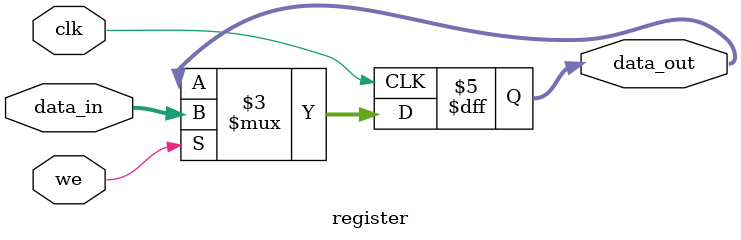
<source format=v>
module register#(parameter data_width = 8)
(input clk, 
input we, 
input [data_width-1:0] data_in, 
output reg[data_width-1:0] data_out);
 
always @(posedge clk)
	begin 
		if(we==1)
			begin
			data_out <= data_in;
			end
	end
endmodule
</source>
